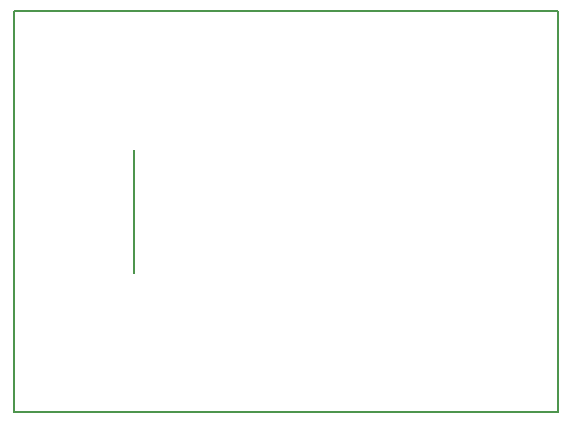
<source format=gbr>
G04 EAGLE Gerber RS-274X export*
G75*
%MOMM*%
%FSLAX34Y34*%
%LPD*%
%INSilkscreen Bottom*%
%IPPOS*%
%AMOC8*
5,1,8,0,0,1.08239X$1,22.5*%
G01*
%ADD10C,0.127000*%


D10*
X230000Y-170000D02*
X230000Y170000D01*
X-230000Y170000D01*
X-230000Y-170000D01*
X230000Y-170000D01*
X-129000Y-52000D02*
X-129000Y52000D01*
M02*

</source>
